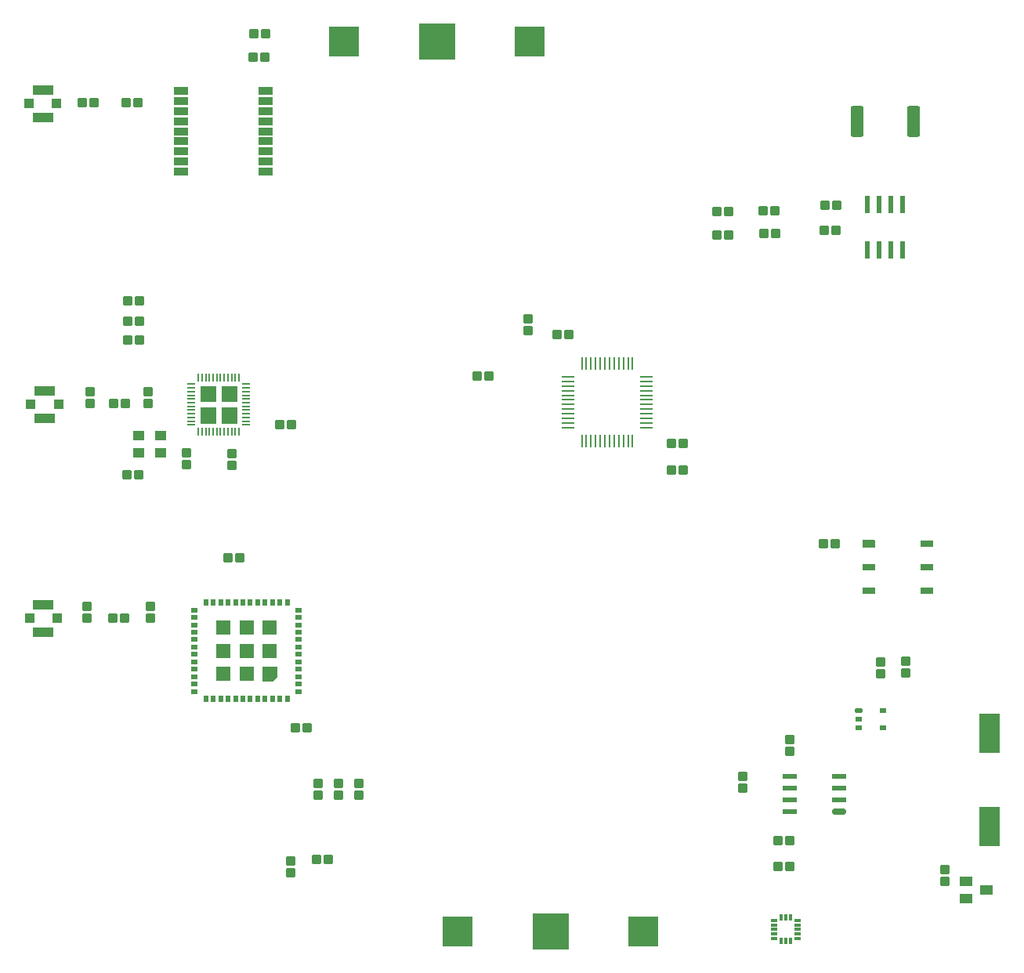
<source format=gbr>
%TF.GenerationSoftware,KiCad,Pcbnew,(5.99.0-10506-gb986797469)*%
%TF.CreationDate,2021-05-31T13:08:21+01:00*%
%TF.ProjectId,LoRa tracker,4c6f5261-2074-4726-9163-6b65722e6b69,rev?*%
%TF.SameCoordinates,Original*%
%TF.FileFunction,Paste,Top*%
%TF.FilePolarity,Positive*%
%FSLAX46Y46*%
G04 Gerber Fmt 4.6, Leading zero omitted, Abs format (unit mm)*
G04 Created by KiCad (PCBNEW (5.99.0-10506-gb986797469)) date 2021-05-31 13:08:21*
%MOMM*%
%LPD*%
G01*
G04 APERTURE LIST*
G04 Aperture macros list*
%AMRoundRect*
0 Rectangle with rounded corners*
0 $1 Rounding radius*
0 $2 $3 $4 $5 $6 $7 $8 $9 X,Y pos of 4 corners*
0 Add a 4 corners polygon primitive as box body*
4,1,4,$2,$3,$4,$5,$6,$7,$8,$9,$2,$3,0*
0 Add four circle primitives for the rounded corners*
1,1,$1+$1,$2,$3*
1,1,$1+$1,$4,$5*
1,1,$1+$1,$6,$7*
1,1,$1+$1,$8,$9*
0 Add four rect primitives between the rounded corners*
20,1,$1+$1,$2,$3,$4,$5,0*
20,1,$1+$1,$4,$5,$6,$7,0*
20,1,$1+$1,$6,$7,$8,$9,0*
20,1,$1+$1,$8,$9,$2,$3,0*%
%AMOutline5P*
0 Free polygon, 5 corners , with rotation*
0 The origin of the aperture is its center*
0 number of corners: always 8*
0 $1 to $10 corner X, Y*
0 $11 Rotation angle, in degrees counterclockwise*
0 create outline with 8 corners*
4,1,5,$1,$2,$3,$4,$5,$6,$7,$8,$9,$10,$1,$2,$11*%
%AMOutline6P*
0 Free polygon, 6 corners , with rotation*
0 The origin of the aperture is its center*
0 number of corners: always 6*
0 $1 to $12 corner X, Y*
0 $13 Rotation angle, in degrees counterclockwise*
0 create outline with 6 corners*
4,1,6,$1,$2,$3,$4,$5,$6,$7,$8,$9,$10,$11,$12,$1,$2,$13*%
%AMOutline7P*
0 Free polygon, 7 corners , with rotation*
0 The origin of the aperture is its center*
0 number of corners: always 7*
0 $1 to $14 corner X, Y*
0 $15 Rotation angle, in degrees counterclockwise*
0 create outline with 7 corners*
4,1,7,$1,$2,$3,$4,$5,$6,$7,$8,$9,$10,$11,$12,$13,$14,$1,$2,$15*%
%AMOutline8P*
0 Free polygon, 8 corners , with rotation*
0 The origin of the aperture is its center*
0 number of corners: always 8*
0 $1 to $16 corner X, Y*
0 $17 Rotation angle, in degrees counterclockwise*
0 create outline with 8 corners*
4,1,8,$1,$2,$3,$4,$5,$6,$7,$8,$9,$10,$11,$12,$13,$14,$15,$16,$1,$2,$17*%
G04 Aperture macros list end*
%ADD10C,0.010000*%
%ADD11R,3.960000X3.960000*%
%ADD12R,3.180000X3.180000*%
%ADD13RoundRect,0.150000X-0.625000X0.150000X-0.625000X-0.150000X0.625000X-0.150000X0.625000X0.150000X0*%
%ADD14R,1.550000X0.600000*%
%ADD15RoundRect,0.250000X-0.300000X0.250000X-0.300000X-0.250000X0.300000X-0.250000X0.300000X0.250000X0*%
%ADD16RoundRect,0.250000X0.250000X0.300000X-0.250000X0.300000X-0.250000X-0.300000X0.250000X-0.300000X0*%
%ADD17RoundRect,0.250000X0.300000X-0.250000X0.300000X0.250000X-0.300000X0.250000X-0.300000X-0.250000X0*%
%ADD18R,0.800000X0.300000*%
%ADD19R,0.300000X0.800000*%
%ADD20R,1.000000X1.000000*%
%ADD21R,2.200000X1.050000*%
%ADD22R,0.810000X0.220000*%
%ADD23R,0.220000X0.810000*%
%ADD24RoundRect,0.250000X-0.250000X-0.300000X0.250000X-0.300000X0.250000X0.300000X-0.250000X0.300000X0*%
%ADD25R,2.310000X4.220000*%
%ADD26R,1.399540X0.998220*%
%ADD27RoundRect,0.137500X0.262500X-0.137500X0.262500X0.137500X-0.262500X0.137500X-0.262500X-0.137500X0*%
%ADD28R,0.800000X0.550000*%
%ADD29Outline5P,0.400000X0.700000X0.400000X-0.700000X-0.400000X-0.700000X-0.400000X0.540000X-0.240000X0.700000X270.000000*%
%ADD30R,1.400000X0.800000*%
%ADD31R,0.600000X1.970000*%
%ADD32R,1.210000X1.010000*%
%ADD33R,0.800000X0.500000*%
%ADD34R,0.500000X0.800000*%
%ADD35R,1.600000X1.600000*%
%ADD36R,1.473200X0.279400*%
%ADD37R,0.279400X1.473200*%
%ADD38RoundRect,0.249999X0.450001X1.425001X-0.450001X1.425001X-0.450001X-1.425001X0.450001X-1.425001X0*%
%ADD39R,1.600000X0.900000*%
G04 APERTURE END LIST*
D10*
%TO.C,U6*%
X98973748Y-133167116D02*
X97343748Y-133167116D01*
X97343748Y-133167116D02*
X97343748Y-131537116D01*
X97343748Y-131537116D02*
X98973748Y-131537116D01*
X98973748Y-131537116D02*
X98973748Y-133167116D01*
G36*
X98973748Y-133167116D02*
G01*
X97343748Y-133167116D01*
X97343748Y-131537116D01*
X98973748Y-131537116D01*
X98973748Y-133167116D01*
G37*
X98973748Y-133167116D02*
X97343748Y-133167116D01*
X97343748Y-131537116D01*
X98973748Y-131537116D01*
X98973748Y-133167116D01*
X96673748Y-133167116D02*
X95043748Y-133167116D01*
X95043748Y-133167116D02*
X95043748Y-131537116D01*
X95043748Y-131537116D02*
X96673748Y-131537116D01*
X96673748Y-131537116D02*
X96673748Y-133167116D01*
G36*
X96673748Y-133167116D02*
G01*
X95043748Y-133167116D01*
X95043748Y-131537116D01*
X96673748Y-131537116D01*
X96673748Y-133167116D01*
G37*
X96673748Y-133167116D02*
X95043748Y-133167116D01*
X95043748Y-131537116D01*
X96673748Y-131537116D01*
X96673748Y-133167116D01*
X96673748Y-135467116D02*
X95043748Y-135467116D01*
X95043748Y-135467116D02*
X95043748Y-133837116D01*
X95043748Y-133837116D02*
X96673748Y-133837116D01*
X96673748Y-133837116D02*
X96673748Y-135467116D01*
G36*
X96673748Y-135467116D02*
G01*
X95043748Y-135467116D01*
X95043748Y-133837116D01*
X96673748Y-133837116D01*
X96673748Y-135467116D01*
G37*
X96673748Y-135467116D02*
X95043748Y-135467116D01*
X95043748Y-133837116D01*
X96673748Y-133837116D01*
X96673748Y-135467116D01*
X98973748Y-135467116D02*
X97343748Y-135467116D01*
X97343748Y-135467116D02*
X97343748Y-133837116D01*
X97343748Y-133837116D02*
X98973748Y-133837116D01*
X98973748Y-133837116D02*
X98973748Y-135467116D01*
G36*
X98973748Y-135467116D02*
G01*
X97343748Y-135467116D01*
X97343748Y-133837116D01*
X98973748Y-133837116D01*
X98973748Y-135467116D01*
G37*
X98973748Y-135467116D02*
X97343748Y-135467116D01*
X97343748Y-133837116D01*
X98973748Y-133837116D01*
X98973748Y-135467116D01*
%TO.C,U8*%
G36*
X103328748Y-162902116D02*
G01*
X102828748Y-163402116D01*
X101728748Y-163402116D01*
X101728748Y-161802116D01*
X103328748Y-161802116D01*
X103328748Y-162902116D01*
G37*
%TD*%
D11*
%TO.C,BT2*%
X132868748Y-190452116D03*
D12*
X142888748Y-190452116D03*
X122848748Y-190452116D03*
%TD*%
D13*
%TO.C,U9*%
X164097326Y-177517116D03*
D14*
X164097326Y-176247116D03*
X164097326Y-174977116D03*
X164097326Y-173707116D03*
X158697326Y-173707116D03*
X158697326Y-174977116D03*
X158697326Y-176247116D03*
X158697326Y-177517116D03*
%TD*%
D15*
%TO.C,R11*%
X134860000Y-125930000D03*
X133590000Y-125930000D03*
%TD*%
%TO.C,C33*%
X126198748Y-130422116D03*
X124928748Y-130422116D03*
%TD*%
D16*
%TO.C,C22*%
X130438748Y-125542116D03*
X130438748Y-124272116D03*
%TD*%
D17*
%TO.C,C21*%
X145900000Y-137700000D03*
X147170000Y-137700000D03*
%TD*%
%TO.C,C20*%
X145930000Y-140620000D03*
X147200000Y-140620000D03*
%TD*%
D15*
%TO.C,C7*%
X102113748Y-93387116D03*
X100843748Y-93387116D03*
%TD*%
D17*
%TO.C,C10*%
X87158748Y-126562116D03*
X88428748Y-126562116D03*
%TD*%
D16*
%TO.C,C27*%
X109953748Y-175699616D03*
X109953748Y-174429616D03*
%TD*%
D18*
%TO.C,U3*%
X157013748Y-189232116D03*
X157013748Y-189732116D03*
X157013748Y-190232116D03*
X157013748Y-190732116D03*
X157013748Y-191232116D03*
D19*
X157788748Y-191507116D03*
X158288748Y-191507116D03*
X158788748Y-191507116D03*
D18*
X159563748Y-191232116D03*
X159563748Y-190732116D03*
X159563748Y-190232116D03*
X159563748Y-189732116D03*
X159563748Y-189232116D03*
D19*
X158788748Y-188957116D03*
X158288748Y-188957116D03*
X157788748Y-188957116D03*
%TD*%
D15*
%TO.C,C5*%
X163808748Y-112002116D03*
X162538748Y-112002116D03*
%TD*%
D20*
%TO.C,AE3*%
X79578748Y-156602116D03*
D21*
X78078748Y-158077116D03*
D20*
X76578748Y-156602116D03*
D21*
X78078748Y-155127116D03*
%TD*%
D15*
%TO.C,L1*%
X88318748Y-100872116D03*
X87048748Y-100872116D03*
%TD*%
D22*
%TO.C,U6*%
X99958748Y-135702116D03*
X99958748Y-135302116D03*
X99958748Y-134902116D03*
X99958748Y-134502116D03*
X99958748Y-134102116D03*
X99958748Y-133702116D03*
X99958748Y-133302116D03*
X99958748Y-132902116D03*
X99958748Y-132502116D03*
X99958748Y-132102116D03*
X99958748Y-131702116D03*
X99958748Y-131302116D03*
D23*
X99208748Y-130552116D03*
X98808748Y-130552116D03*
X98408748Y-130552116D03*
X98008748Y-130552116D03*
X97608748Y-130552116D03*
X97208748Y-130552116D03*
X96808748Y-130552116D03*
X96408748Y-130552116D03*
X96008748Y-130552116D03*
X95608748Y-130552116D03*
X95208748Y-130552116D03*
X94808748Y-130552116D03*
D22*
X94058748Y-131302116D03*
X94058748Y-131702116D03*
X94058748Y-132102116D03*
X94058748Y-132502116D03*
X94058748Y-132902116D03*
X94058748Y-133302116D03*
X94058748Y-133702116D03*
X94058748Y-134102116D03*
X94058748Y-134502116D03*
X94058748Y-134902116D03*
X94058748Y-135302116D03*
X94058748Y-135702116D03*
D23*
X94808748Y-136452116D03*
X95208748Y-136452116D03*
X95608748Y-136452116D03*
X96008748Y-136452116D03*
X96408748Y-136452116D03*
X96808748Y-136452116D03*
X97208748Y-136452116D03*
X97608748Y-136452116D03*
X98008748Y-136452116D03*
X98408748Y-136452116D03*
X98808748Y-136452116D03*
X99208748Y-136452116D03*
%TD*%
D15*
%TO.C,C15*%
X104893748Y-135707116D03*
X103623748Y-135707116D03*
%TD*%
D16*
%TO.C,R9*%
X104752748Y-184072116D03*
X104752748Y-182802116D03*
%TD*%
D15*
%TO.C,C31*%
X158753748Y-183447116D03*
X157483748Y-183447116D03*
%TD*%
D17*
%TO.C,C11*%
X87198748Y-122292116D03*
X88468748Y-122292116D03*
%TD*%
D24*
%TO.C,C18*%
X93513748Y-138697116D03*
X93513748Y-139967116D03*
%TD*%
D16*
%TO.C,R2*%
X175448748Y-185032116D03*
X175448748Y-183762116D03*
%TD*%
%TO.C,C19*%
X83123748Y-133387116D03*
X83123748Y-132117116D03*
%TD*%
D25*
%TO.C,PZ1*%
X180288748Y-179077116D03*
X180288748Y-168987116D03*
%TD*%
D26*
%TO.C,Q1*%
X177798928Y-185027156D03*
X177798928Y-186927076D03*
X179998568Y-185977116D03*
%TD*%
D27*
%TO.C,U5*%
X166176248Y-166549616D03*
D28*
X166176248Y-167499616D03*
X166176248Y-168449616D03*
X168776248Y-168449616D03*
X168776248Y-166549616D03*
%TD*%
D29*
%TO.C,U4*%
X167248748Y-148552116D03*
D30*
X167248748Y-151092116D03*
X167248748Y-153632116D03*
X173548748Y-153632116D03*
X173548748Y-151092116D03*
X173548748Y-148552116D03*
%TD*%
D15*
%TO.C,R6*%
X86918748Y-133362116D03*
X85648748Y-133362116D03*
%TD*%
D16*
%TO.C,C26*%
X107718748Y-175682116D03*
X107718748Y-174412116D03*
%TD*%
%TO.C,C30*%
X171228748Y-162519273D03*
X171228748Y-161249273D03*
%TD*%
D15*
%TO.C,C6*%
X163738748Y-114672116D03*
X162468748Y-114672116D03*
%TD*%
D17*
%TO.C,R10*%
X97988748Y-150022116D03*
X99258748Y-150022116D03*
%TD*%
D24*
%TO.C,R5*%
X153683748Y-173717116D03*
X153683748Y-174987116D03*
%TD*%
D15*
%TO.C,C1*%
X157143748Y-112527116D03*
X155873748Y-112527116D03*
%TD*%
%TO.C,R7*%
X106530748Y-168446116D03*
X105260748Y-168446116D03*
%TD*%
D16*
%TO.C,C25*%
X112148748Y-175732116D03*
X112148748Y-174462116D03*
%TD*%
%TO.C,C24*%
X82818748Y-156592116D03*
X82818748Y-155322116D03*
%TD*%
D31*
%TO.C,U1*%
X170913748Y-111872116D03*
X169643748Y-111872116D03*
X168373748Y-111872116D03*
X167103748Y-111872116D03*
X167103748Y-116812116D03*
X168373748Y-116812116D03*
X169643748Y-116812116D03*
X170913748Y-116812116D03*
%TD*%
D15*
%TO.C,R8*%
X86818748Y-156572116D03*
X85548748Y-156572116D03*
%TD*%
D32*
%TO.C,Y1*%
X90768748Y-136885725D03*
X88408748Y-136885725D03*
X88408748Y-138745725D03*
X90768748Y-138745725D03*
%TD*%
D17*
%TO.C,C12*%
X87218748Y-124452116D03*
X88488748Y-124452116D03*
%TD*%
D24*
%TO.C,R4*%
X158693748Y-169667116D03*
X158693748Y-170937116D03*
%TD*%
D16*
%TO.C,C28*%
X168558748Y-162562116D03*
X168558748Y-161292116D03*
%TD*%
D33*
%TO.C,U8*%
X105678748Y-164502116D03*
X105678748Y-163702116D03*
X105678748Y-162902116D03*
X105678748Y-162102116D03*
X105678748Y-161302116D03*
X105678748Y-160502116D03*
X105678748Y-159702116D03*
X105678748Y-158902116D03*
X105678748Y-158102116D03*
X105678748Y-157302116D03*
X105678748Y-156502116D03*
X105678748Y-155702116D03*
D34*
X104428748Y-154902116D03*
X103628748Y-154902116D03*
X102828748Y-154902116D03*
X102028748Y-154902116D03*
X101228748Y-154902116D03*
X100428748Y-154902116D03*
X99628748Y-154902116D03*
X98828748Y-154902116D03*
X98028748Y-154902116D03*
X97228748Y-154902116D03*
X96428748Y-154902116D03*
X95628748Y-154902116D03*
D33*
X94378748Y-155702116D03*
X94378748Y-156502116D03*
X94378748Y-157302116D03*
X94378748Y-158102116D03*
X94378748Y-158902116D03*
X94378748Y-159702116D03*
X94378748Y-160502116D03*
X94378748Y-161302116D03*
X94378748Y-162102116D03*
X94378748Y-162902116D03*
X94378748Y-163702116D03*
X94378748Y-164502116D03*
D34*
X95628748Y-165302116D03*
X96428748Y-165302116D03*
X97228748Y-165302116D03*
X98028748Y-165302116D03*
X98828748Y-165302116D03*
X99628748Y-165302116D03*
X100428748Y-165302116D03*
X101228748Y-165302116D03*
X102028748Y-165302116D03*
X102828748Y-165302116D03*
X103628748Y-165302116D03*
X104428748Y-165302116D03*
D20*
X102528748Y-162602116D03*
D35*
X100028748Y-162602116D03*
X97528748Y-162602116D03*
X102528748Y-160102116D03*
X100028748Y-160102116D03*
X97528748Y-160102116D03*
X102528748Y-157602116D03*
X100028748Y-157602116D03*
X97528748Y-157602116D03*
%TD*%
D15*
%TO.C,C9*%
X83553748Y-100887116D03*
X82283748Y-100887116D03*
%TD*%
D16*
%TO.C,C16*%
X89368748Y-133352116D03*
X89368748Y-132082116D03*
%TD*%
D36*
%TO.C,U7*%
X134782348Y-130502116D03*
X134782348Y-131002115D03*
X134782348Y-131502117D03*
X134782348Y-132002116D03*
X134782348Y-132502115D03*
X134782348Y-133002116D03*
X134782348Y-133502116D03*
X134782348Y-134002117D03*
X134782348Y-134502116D03*
X134782348Y-135002115D03*
X134782348Y-135502117D03*
X134782348Y-136002116D03*
D37*
X136248748Y-137468516D03*
X136748747Y-137468516D03*
X137248749Y-137468516D03*
X137748748Y-137468516D03*
X138248747Y-137468516D03*
X138748748Y-137468516D03*
X139248748Y-137468516D03*
X139748749Y-137468516D03*
X140248748Y-137468516D03*
X140748747Y-137468516D03*
X141248749Y-137468516D03*
X141748748Y-137468516D03*
D36*
X143215148Y-136002116D03*
X143215148Y-135502117D03*
X143215148Y-135002115D03*
X143215148Y-134502116D03*
X143215148Y-134002117D03*
X143215148Y-133502116D03*
X143215148Y-133002116D03*
X143215148Y-132502115D03*
X143215148Y-132002116D03*
X143215148Y-131502117D03*
X143215148Y-131002115D03*
X143215148Y-130502116D03*
D37*
X141748748Y-129035716D03*
X141248749Y-129035716D03*
X140748747Y-129035716D03*
X140248748Y-129035716D03*
X139748749Y-129035716D03*
X139248748Y-129035716D03*
X138748748Y-129035716D03*
X138248747Y-129035716D03*
X137748748Y-129035716D03*
X137248749Y-129035716D03*
X136748747Y-129035716D03*
X136248748Y-129035716D03*
%TD*%
D16*
%TO.C,C13*%
X98408748Y-140072116D03*
X98408748Y-138802116D03*
%TD*%
D17*
%TO.C,C32*%
X107546748Y-182670116D03*
X108816748Y-182670116D03*
%TD*%
D15*
%TO.C,C8*%
X102023748Y-95957116D03*
X100753748Y-95957116D03*
%TD*%
D17*
%TO.C,R3*%
X162383748Y-148577116D03*
X163653748Y-148577116D03*
%TD*%
%TO.C,C4*%
X150853748Y-115147116D03*
X152123748Y-115147116D03*
%TD*%
D15*
%TO.C,C17*%
X88333748Y-141087116D03*
X87063748Y-141087116D03*
%TD*%
%TO.C,C2*%
X157183748Y-115027116D03*
X155913748Y-115027116D03*
%TD*%
%TO.C,C29*%
X158765905Y-180612116D03*
X157495905Y-180612116D03*
%TD*%
D38*
%TO.C,R1*%
X172098748Y-102892116D03*
X165998748Y-102892116D03*
%TD*%
D20*
%TO.C,AE1*%
X79518748Y-100972116D03*
X76518748Y-100972116D03*
D21*
X78018748Y-99497116D03*
X78018748Y-102447116D03*
%TD*%
D12*
%TO.C,BT1*%
X110578748Y-94272116D03*
X130618748Y-94272116D03*
D11*
X120598748Y-94272116D03*
%TD*%
D39*
%TO.C,MOD2*%
X102107344Y-108362116D03*
X102107344Y-107262116D03*
X102107344Y-106162116D03*
X102107344Y-105062116D03*
X102107344Y-103962116D03*
X102107344Y-102862116D03*
X102107344Y-101762116D03*
X102107344Y-100662116D03*
X102107344Y-99562116D03*
X92907344Y-99562116D03*
X92907344Y-100662116D03*
X92907344Y-101762116D03*
X92907344Y-102862116D03*
X92907344Y-103962116D03*
X92907344Y-105062116D03*
X92907344Y-106162116D03*
X92907344Y-107262116D03*
X92907344Y-108362116D03*
%TD*%
D20*
%TO.C,AE2*%
X79718748Y-133502116D03*
D21*
X78218748Y-132027116D03*
X78218748Y-134977116D03*
D20*
X76718748Y-133502116D03*
%TD*%
D16*
%TO.C,C23*%
X89618748Y-156552116D03*
X89618748Y-155282116D03*
%TD*%
D17*
%TO.C,C3*%
X150858748Y-112652116D03*
X152128748Y-112652116D03*
%TD*%
M02*

</source>
